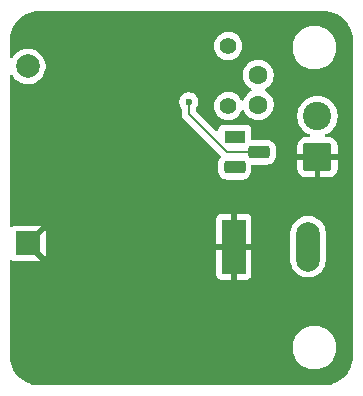
<source format=gbr>
%TF.GenerationSoftware,KiCad,Pcbnew,9.0.3*%
%TF.CreationDate,2025-11-18T21:13:43-05:00*%
%TF.ProjectId,digikey_water-alarm,64696769-6b65-4795-9f77-617465722d61,rev?*%
%TF.SameCoordinates,Original*%
%TF.FileFunction,Copper,L2,Bot*%
%TF.FilePolarity,Positive*%
%FSLAX46Y46*%
G04 Gerber Fmt 4.6, Leading zero omitted, Abs format (unit mm)*
G04 Created by KiCad (PCBNEW 9.0.3) date 2025-11-18 21:13:43*
%MOMM*%
%LPD*%
G01*
G04 APERTURE LIST*
G04 Aperture macros list*
%AMRoundRect*
0 Rectangle with rounded corners*
0 $1 Rounding radius*
0 $2 $3 $4 $5 $6 $7 $8 $9 X,Y pos of 4 corners*
0 Add a 4 corners polygon primitive as box body*
4,1,4,$2,$3,$4,$5,$6,$7,$8,$9,$2,$3,0*
0 Add four circle primitives for the rounded corners*
1,1,$1+$1,$2,$3*
1,1,$1+$1,$4,$5*
1,1,$1+$1,$6,$7*
1,1,$1+$1,$8,$9*
0 Add four rect primitives between the rounded corners*
20,1,$1+$1,$2,$3,$4,$5,0*
20,1,$1+$1,$4,$5,$6,$7,0*
20,1,$1+$1,$6,$7,$8,$9,0*
20,1,$1+$1,$8,$9,$2,$3,0*%
G04 Aperture macros list end*
%TA.AperFunction,ComponentPad*%
%ADD10R,1.800000X1.100000*%
%TD*%
%TA.AperFunction,ComponentPad*%
%ADD11RoundRect,0.275000X-0.625000X0.275000X-0.625000X-0.275000X0.625000X-0.275000X0.625000X0.275000X0*%
%TD*%
%TA.AperFunction,ComponentPad*%
%ADD12C,1.400000*%
%TD*%
%TA.AperFunction,ComponentPad*%
%ADD13C,1.600000*%
%TD*%
%TA.AperFunction,ComponentPad*%
%ADD14RoundRect,0.250001X0.949999X-0.949999X0.949999X0.949999X-0.949999X0.949999X-0.949999X-0.949999X0*%
%TD*%
%TA.AperFunction,ComponentPad*%
%ADD15C,2.400000*%
%TD*%
%TA.AperFunction,ComponentPad*%
%ADD16R,2.000000X2.000000*%
%TD*%
%TA.AperFunction,ComponentPad*%
%ADD17C,2.000000*%
%TD*%
%TA.AperFunction,ComponentPad*%
%ADD18R,2.000000X4.600000*%
%TD*%
%TA.AperFunction,ComponentPad*%
%ADD19O,2.000000X4.200000*%
%TD*%
%TA.AperFunction,ViaPad*%
%ADD20C,0.600000*%
%TD*%
%TA.AperFunction,Conductor*%
%ADD21C,0.200000*%
%TD*%
G04 APERTURE END LIST*
D10*
%TO.P,Q1,1,S*%
%TO.N,GND*%
X151238000Y-93599000D03*
D11*
%TO.P,Q1,2,G*%
%TO.N,/Gate*%
X153308000Y-94869000D03*
%TO.P,Q1,3,D*%
%TO.N,Net-(BZ1--)*%
X151238000Y-96139000D03*
%TD*%
D12*
%TO.P,R1,1*%
%TO.N,/Gate*%
X150698200Y-85877400D03*
%TO.P,R1,2*%
%TO.N,GND*%
X150698200Y-90957400D03*
%TD*%
D13*
%TO.P,C1,1*%
%TO.N,/Gate*%
X153238200Y-88335800D03*
%TO.P,C1,2*%
%TO.N,GND*%
X153238200Y-90835800D03*
%TD*%
D14*
%TO.P,J2,1,Pin_1*%
%TO.N,VCC*%
X158247700Y-95298200D03*
D15*
%TO.P,J2,2,Pin_2*%
%TO.N,/Gate*%
X158247700Y-91798200D03*
%TD*%
D16*
%TO.P,BZ1,1,+*%
%TO.N,VCC*%
X133724000Y-102597600D03*
D17*
%TO.P,BZ1,2,-*%
%TO.N,Net-(BZ1--)*%
X133724000Y-87597600D03*
%TD*%
D18*
%TO.P,J1,1*%
%TO.N,VCC*%
X151155400Y-102870000D03*
D19*
%TO.P,J1,2*%
%TO.N,GND*%
X157455400Y-102870000D03*
%TD*%
D20*
%TO.N,/Gate*%
X147345400Y-90601800D03*
%TD*%
D21*
%TO.N,/Gate*%
X147345400Y-91617800D02*
X150596600Y-94869000D01*
X147345400Y-90601800D02*
X147345400Y-91617800D01*
X150596600Y-94869000D02*
X152908000Y-94869000D01*
%TD*%
%TA.AperFunction,Conductor*%
%TO.N,VCC*%
G36*
X158750936Y-82898326D02*
G01*
X159040996Y-82915871D01*
X159055859Y-82917676D01*
X159337998Y-82969380D01*
X159352535Y-82972963D01*
X159626372Y-83058295D01*
X159640363Y-83063600D01*
X159901943Y-83181327D01*
X159915189Y-83188280D01*
X160160665Y-83336675D01*
X160172976Y-83345173D01*
X160398773Y-83522073D01*
X160409981Y-83532003D01*
X160612796Y-83734818D01*
X160622726Y-83746026D01*
X160742681Y-83899138D01*
X160799622Y-83971817D01*
X160808128Y-83984140D01*
X160956516Y-84229604D01*
X160963475Y-84242863D01*
X161081197Y-84504431D01*
X161086506Y-84518432D01*
X161171835Y-84792263D01*
X161175419Y-84806801D01*
X161227123Y-85088940D01*
X161228928Y-85103805D01*
X161246474Y-85393863D01*
X161246700Y-85401350D01*
X161246700Y-112109049D01*
X161246474Y-112116536D01*
X161228928Y-112406594D01*
X161227123Y-112421459D01*
X161175419Y-112703598D01*
X161171835Y-112718136D01*
X161086506Y-112991967D01*
X161081197Y-113005968D01*
X160963475Y-113267536D01*
X160956516Y-113280795D01*
X160808128Y-113526259D01*
X160799622Y-113538582D01*
X160622726Y-113764373D01*
X160612796Y-113775581D01*
X160409981Y-113978396D01*
X160398773Y-113988326D01*
X160172982Y-114165222D01*
X160160659Y-114173728D01*
X159915195Y-114322116D01*
X159901936Y-114329075D01*
X159640368Y-114446797D01*
X159626367Y-114452106D01*
X159352536Y-114537435D01*
X159337998Y-114541019D01*
X159055859Y-114592723D01*
X159040994Y-114594528D01*
X158750936Y-114612074D01*
X158743449Y-114612300D01*
X134702751Y-114612300D01*
X134695264Y-114612074D01*
X134405205Y-114594528D01*
X134390340Y-114592723D01*
X134108201Y-114541019D01*
X134093663Y-114537435D01*
X133819832Y-114452106D01*
X133805831Y-114446797D01*
X133544263Y-114329075D01*
X133531004Y-114322116D01*
X133285540Y-114173728D01*
X133273217Y-114165222D01*
X133047426Y-113988326D01*
X133036218Y-113978396D01*
X132833403Y-113775581D01*
X132823473Y-113764373D01*
X132646573Y-113538576D01*
X132638075Y-113526265D01*
X132489680Y-113280789D01*
X132482727Y-113267543D01*
X132365000Y-113005963D01*
X132359693Y-112991967D01*
X132274364Y-112718136D01*
X132270780Y-112703598D01*
X132221501Y-112434693D01*
X132219075Y-112421457D01*
X132217271Y-112406594D01*
X132199726Y-112116536D01*
X132199500Y-112109049D01*
X132199500Y-111283111D01*
X156137500Y-111283111D01*
X156137500Y-111525688D01*
X156169161Y-111766185D01*
X156231947Y-112000504D01*
X156324773Y-112224605D01*
X156324776Y-112224612D01*
X156446064Y-112434689D01*
X156446066Y-112434692D01*
X156446067Y-112434693D01*
X156593733Y-112627136D01*
X156593739Y-112627143D01*
X156765256Y-112798660D01*
X156765262Y-112798665D01*
X156957711Y-112946336D01*
X157167788Y-113067624D01*
X157391900Y-113160454D01*
X157626211Y-113223238D01*
X157806586Y-113246984D01*
X157866711Y-113254900D01*
X157866712Y-113254900D01*
X158109289Y-113254900D01*
X158157388Y-113248567D01*
X158349789Y-113223238D01*
X158584100Y-113160454D01*
X158808212Y-113067624D01*
X159018289Y-112946336D01*
X159210738Y-112798665D01*
X159382265Y-112627138D01*
X159529936Y-112434689D01*
X159651224Y-112224612D01*
X159744054Y-112000500D01*
X159806838Y-111766189D01*
X159838500Y-111525688D01*
X159838500Y-111283112D01*
X159806838Y-111042611D01*
X159744054Y-110808300D01*
X159651224Y-110584188D01*
X159529936Y-110374111D01*
X159382265Y-110181662D01*
X159382260Y-110181656D01*
X159210743Y-110010139D01*
X159210736Y-110010133D01*
X159018293Y-109862467D01*
X159018292Y-109862466D01*
X159018289Y-109862464D01*
X158808212Y-109741176D01*
X158808205Y-109741173D01*
X158584104Y-109648347D01*
X158349785Y-109585561D01*
X158109289Y-109553900D01*
X158109288Y-109553900D01*
X157866712Y-109553900D01*
X157866711Y-109553900D01*
X157626214Y-109585561D01*
X157391895Y-109648347D01*
X157167794Y-109741173D01*
X157167785Y-109741177D01*
X156957706Y-109862467D01*
X156765263Y-110010133D01*
X156765256Y-110010139D01*
X156593739Y-110181656D01*
X156593733Y-110181663D01*
X156446067Y-110374106D01*
X156324777Y-110584185D01*
X156324773Y-110584194D01*
X156231947Y-110808295D01*
X156169161Y-111042614D01*
X156137500Y-111283111D01*
X132199500Y-111283111D01*
X132199500Y-104077262D01*
X132219185Y-104010223D01*
X132271989Y-103964468D01*
X132341147Y-103954524D01*
X132397812Y-103977996D01*
X132481910Y-104040952D01*
X132481913Y-104040954D01*
X132616620Y-104091196D01*
X132616627Y-104091198D01*
X132676155Y-104097599D01*
X132676172Y-104097600D01*
X134771828Y-104097600D01*
X134771844Y-104097599D01*
X134831372Y-104091198D01*
X134855169Y-104082321D01*
X133853410Y-103080562D01*
X133916993Y-103063525D01*
X134031007Y-102997699D01*
X134124099Y-102904607D01*
X134189925Y-102790593D01*
X134206962Y-102727010D01*
X135208721Y-103728769D01*
X135217598Y-103704972D01*
X135223999Y-103645444D01*
X135224000Y-103645427D01*
X135224000Y-101549772D01*
X135223999Y-101549755D01*
X135217598Y-101490223D01*
X135217597Y-101490222D01*
X135208722Y-101466429D01*
X135208720Y-101466429D01*
X134206962Y-102468188D01*
X134189925Y-102404607D01*
X134124099Y-102290593D01*
X134031007Y-102197501D01*
X133916993Y-102131675D01*
X133853410Y-102114637D01*
X134855170Y-101112877D01*
X134855170Y-101112876D01*
X134831375Y-101104001D01*
X134771844Y-101097600D01*
X132676155Y-101097600D01*
X132616627Y-101104001D01*
X132616620Y-101104003D01*
X132481913Y-101154245D01*
X132481910Y-101154247D01*
X132397811Y-101217204D01*
X132332347Y-101241621D01*
X132264074Y-101226769D01*
X132214668Y-101177364D01*
X132199500Y-101117937D01*
X132199500Y-100522155D01*
X149655400Y-100522155D01*
X149655400Y-102620000D01*
X150655400Y-102620000D01*
X150655400Y-103120000D01*
X149655400Y-103120000D01*
X149655400Y-105217844D01*
X149661801Y-105277372D01*
X149661803Y-105277379D01*
X149712045Y-105412086D01*
X149712049Y-105412093D01*
X149798209Y-105527187D01*
X149798212Y-105527190D01*
X149913306Y-105613350D01*
X149913313Y-105613354D01*
X150048020Y-105663596D01*
X150048027Y-105663598D01*
X150107555Y-105669999D01*
X150107572Y-105670000D01*
X150905400Y-105670000D01*
X150905400Y-104603012D01*
X150962407Y-104635925D01*
X151089574Y-104670000D01*
X151221226Y-104670000D01*
X151348393Y-104635925D01*
X151405400Y-104603012D01*
X151405400Y-105670000D01*
X152203228Y-105670000D01*
X152203244Y-105669999D01*
X152262772Y-105663598D01*
X152262779Y-105663596D01*
X152397486Y-105613354D01*
X152397493Y-105613350D01*
X152512587Y-105527190D01*
X152512590Y-105527187D01*
X152598750Y-105412093D01*
X152598754Y-105412086D01*
X152648996Y-105277379D01*
X152648998Y-105277372D01*
X152655399Y-105217844D01*
X152655400Y-105217827D01*
X152655400Y-103120000D01*
X151655400Y-103120000D01*
X151655400Y-102620000D01*
X152655400Y-102620000D01*
X152655400Y-101651902D01*
X155954900Y-101651902D01*
X155954900Y-104088097D01*
X155991846Y-104321368D01*
X156064833Y-104545996D01*
X156110655Y-104635925D01*
X156172057Y-104756433D01*
X156310883Y-104947510D01*
X156477890Y-105114517D01*
X156668967Y-105253343D01*
X156768391Y-105304002D01*
X156879403Y-105360566D01*
X156879405Y-105360566D01*
X156879408Y-105360568D01*
X156999812Y-105399689D01*
X157104031Y-105433553D01*
X157337303Y-105470500D01*
X157337308Y-105470500D01*
X157573497Y-105470500D01*
X157806768Y-105433553D01*
X158031392Y-105360568D01*
X158241833Y-105253343D01*
X158432910Y-105114517D01*
X158599917Y-104947510D01*
X158738743Y-104756433D01*
X158845968Y-104545992D01*
X158918953Y-104321368D01*
X158955900Y-104088097D01*
X158955900Y-101651902D01*
X158918953Y-101418631D01*
X158885089Y-101314412D01*
X158845968Y-101194008D01*
X158845966Y-101194005D01*
X158845966Y-101194003D01*
X158738742Y-100983566D01*
X158599917Y-100792490D01*
X158432910Y-100625483D01*
X158241833Y-100486657D01*
X158031396Y-100379433D01*
X157806768Y-100306446D01*
X157573497Y-100269500D01*
X157573492Y-100269500D01*
X157337308Y-100269500D01*
X157337303Y-100269500D01*
X157104031Y-100306446D01*
X156879403Y-100379433D01*
X156668966Y-100486657D01*
X156559950Y-100565862D01*
X156477890Y-100625483D01*
X156477888Y-100625485D01*
X156477887Y-100625485D01*
X156310885Y-100792487D01*
X156310885Y-100792488D01*
X156310883Y-100792490D01*
X156251262Y-100874550D01*
X156172057Y-100983566D01*
X156064833Y-101194003D01*
X155991846Y-101418631D01*
X155954900Y-101651902D01*
X152655400Y-101651902D01*
X152655400Y-100522172D01*
X152655399Y-100522155D01*
X152648998Y-100462627D01*
X152648996Y-100462620D01*
X152598754Y-100327913D01*
X152598750Y-100327906D01*
X152512590Y-100212812D01*
X152512587Y-100212809D01*
X152397493Y-100126649D01*
X152397486Y-100126645D01*
X152262779Y-100076403D01*
X152262772Y-100076401D01*
X152203244Y-100070000D01*
X151405400Y-100070000D01*
X151405400Y-101136988D01*
X151348393Y-101104075D01*
X151221226Y-101070000D01*
X151089574Y-101070000D01*
X150962407Y-101104075D01*
X150905400Y-101136988D01*
X150905400Y-100070000D01*
X150107555Y-100070000D01*
X150048027Y-100076401D01*
X150048020Y-100076403D01*
X149913313Y-100126645D01*
X149913306Y-100126649D01*
X149798212Y-100212809D01*
X149798209Y-100212812D01*
X149712049Y-100327906D01*
X149712045Y-100327913D01*
X149661803Y-100462620D01*
X149661801Y-100462627D01*
X149655400Y-100522155D01*
X132199500Y-100522155D01*
X132199500Y-90522953D01*
X146544900Y-90522953D01*
X146544900Y-90680646D01*
X146575661Y-90835289D01*
X146575664Y-90835301D01*
X146636002Y-90980972D01*
X146636009Y-90980985D01*
X146724002Y-91112674D01*
X146744880Y-91179351D01*
X146744900Y-91181565D01*
X146744900Y-91531130D01*
X146744899Y-91531148D01*
X146744899Y-91696854D01*
X146744898Y-91696854D01*
X146785823Y-91849586D01*
X146799392Y-91873086D01*
X146799393Y-91873091D01*
X146799395Y-91873091D01*
X146842693Y-91948087D01*
X146864879Y-91986514D01*
X146864881Y-91986517D01*
X146983749Y-92105385D01*
X146983755Y-92105390D01*
X150041639Y-95163274D01*
X150075124Y-95224597D01*
X150070140Y-95294289D01*
X150041641Y-95338634D01*
X150002854Y-95377421D01*
X150002853Y-95377423D01*
X149909877Y-95525395D01*
X149852159Y-95690341D01*
X149852157Y-95690351D01*
X149837500Y-95820441D01*
X149837500Y-96457558D01*
X149852157Y-96587648D01*
X149852159Y-96587657D01*
X149909878Y-96752606D01*
X150002853Y-96900576D01*
X150126424Y-97024147D01*
X150274394Y-97117122D01*
X150439343Y-97174841D01*
X150439349Y-97174841D01*
X150439351Y-97174842D01*
X150480750Y-97179506D01*
X150569442Y-97189499D01*
X150569445Y-97189500D01*
X150569448Y-97189500D01*
X151906555Y-97189500D01*
X151906556Y-97189499D01*
X152036657Y-97174841D01*
X152201606Y-97117122D01*
X152349576Y-97024147D01*
X152473147Y-96900576D01*
X152566122Y-96752606D01*
X152623841Y-96587657D01*
X152638500Y-96457552D01*
X152638500Y-96043500D01*
X152658185Y-95976461D01*
X152710989Y-95930706D01*
X152762500Y-95919500D01*
X153976555Y-95919500D01*
X153976556Y-95919499D01*
X154106657Y-95904841D01*
X154271606Y-95847122D01*
X154419576Y-95754147D01*
X154543147Y-95630576D01*
X154636122Y-95482606D01*
X154693841Y-95317657D01*
X154708500Y-95187552D01*
X154708500Y-94550448D01*
X154693841Y-94420343D01*
X154636122Y-94255394D01*
X154543147Y-94107424D01*
X154419576Y-93983853D01*
X154271606Y-93890878D01*
X154271605Y-93890877D01*
X154271604Y-93890877D01*
X154106658Y-93833159D01*
X154106648Y-93833157D01*
X153976558Y-93818500D01*
X153976552Y-93818500D01*
X152762499Y-93818500D01*
X152695460Y-93798815D01*
X152649705Y-93746011D01*
X152638499Y-93694500D01*
X152638499Y-93001129D01*
X152638498Y-93001123D01*
X152632091Y-92941516D01*
X152581797Y-92806671D01*
X152581793Y-92806664D01*
X152495547Y-92691455D01*
X152495544Y-92691452D01*
X152380335Y-92605206D01*
X152380328Y-92605202D01*
X152245482Y-92554908D01*
X152245483Y-92554908D01*
X152185883Y-92548501D01*
X152185881Y-92548500D01*
X152185873Y-92548500D01*
X152185864Y-92548500D01*
X150290129Y-92548500D01*
X150290123Y-92548501D01*
X150230516Y-92554908D01*
X150095671Y-92605202D01*
X150095664Y-92605206D01*
X149980455Y-92691452D01*
X149980452Y-92691455D01*
X149894206Y-92806664D01*
X149894202Y-92806671D01*
X149843908Y-92941516D01*
X149840010Y-92977780D01*
X149813272Y-93042331D01*
X149755880Y-93082179D01*
X149686054Y-93084672D01*
X149629040Y-93052205D01*
X147982219Y-91405384D01*
X147967515Y-91378456D01*
X147950923Y-91352638D01*
X147950031Y-91346437D01*
X147948734Y-91344061D01*
X147945900Y-91317703D01*
X147945900Y-91181565D01*
X147965585Y-91114526D01*
X147966798Y-91112674D01*
X148054790Y-90980985D01*
X148054790Y-90980984D01*
X148054794Y-90980979D01*
X148103698Y-90862913D01*
X149497700Y-90862913D01*
X149497700Y-91051886D01*
X149527259Y-91238518D01*
X149585654Y-91418236D01*
X149636188Y-91517413D01*
X149671440Y-91586599D01*
X149782510Y-91739473D01*
X149916127Y-91873090D01*
X150069001Y-91984160D01*
X150148547Y-92024690D01*
X150237363Y-92069945D01*
X150237365Y-92069945D01*
X150237368Y-92069947D01*
X150324691Y-92098320D01*
X150417081Y-92128340D01*
X150603714Y-92157900D01*
X150603719Y-92157900D01*
X150792686Y-92157900D01*
X150979318Y-92128340D01*
X151049950Y-92105390D01*
X151159032Y-92069947D01*
X151327399Y-91984160D01*
X151480273Y-91873090D01*
X151613890Y-91739473D01*
X151724960Y-91586599D01*
X151810747Y-91418232D01*
X151821283Y-91385805D01*
X151860719Y-91328132D01*
X151925077Y-91300933D01*
X151993924Y-91312847D01*
X152045400Y-91360091D01*
X152049698Y-91367830D01*
X152125912Y-91517409D01*
X152125915Y-91517413D01*
X152246228Y-91683013D01*
X152390986Y-91827771D01*
X152545949Y-91940356D01*
X152556590Y-91948087D01*
X152672807Y-92007303D01*
X152738976Y-92041018D01*
X152738978Y-92041018D01*
X152738981Y-92041020D01*
X152828003Y-92069945D01*
X152933665Y-92104277D01*
X153034757Y-92120288D01*
X153135848Y-92136300D01*
X153135849Y-92136300D01*
X153340551Y-92136300D01*
X153340552Y-92136300D01*
X153542734Y-92104277D01*
X153737419Y-92041020D01*
X153919810Y-91948087D01*
X154023035Y-91873090D01*
X154085413Y-91827771D01*
X154085415Y-91827768D01*
X154085419Y-91827766D01*
X154226436Y-91686749D01*
X156547200Y-91686749D01*
X156547200Y-91909650D01*
X156547201Y-91909666D01*
X156576294Y-92130652D01*
X156576295Y-92130657D01*
X156576296Y-92130663D01*
X156633990Y-92345980D01*
X156633993Y-92345990D01*
X156717876Y-92548500D01*
X156719295Y-92551926D01*
X156830752Y-92744974D01*
X156830757Y-92744980D01*
X156830758Y-92744982D01*
X156966451Y-92921822D01*
X156966457Y-92921829D01*
X157124070Y-93079442D01*
X157124076Y-93079447D01*
X157300926Y-93215148D01*
X157493974Y-93326605D01*
X157493979Y-93326607D01*
X157493983Y-93326609D01*
X157573724Y-93359639D01*
X157628128Y-93403480D01*
X157650193Y-93469774D01*
X157632914Y-93537473D01*
X157581777Y-93585084D01*
X157526272Y-93598200D01*
X157247714Y-93598200D01*
X157145010Y-93608693D01*
X157145003Y-93608694D01*
X156978581Y-93663841D01*
X156978576Y-93663843D01*
X156829355Y-93755884D01*
X156705384Y-93879855D01*
X156613343Y-94029076D01*
X156613341Y-94029081D01*
X156558194Y-94195503D01*
X156558193Y-94195510D01*
X156547700Y-94298214D01*
X156547700Y-95048200D01*
X157699218Y-95048200D01*
X157688589Y-95066609D01*
X157647700Y-95219209D01*
X157647700Y-95377191D01*
X157688589Y-95529791D01*
X157699218Y-95548200D01*
X156547700Y-95548200D01*
X156547700Y-96298185D01*
X156558193Y-96400889D01*
X156558194Y-96400896D01*
X156613341Y-96567318D01*
X156613343Y-96567323D01*
X156705384Y-96716544D01*
X156829355Y-96840515D01*
X156978576Y-96932556D01*
X156978581Y-96932558D01*
X157145003Y-96987705D01*
X157145010Y-96987706D01*
X157247714Y-96998199D01*
X157247727Y-96998200D01*
X157997700Y-96998200D01*
X157997700Y-95846682D01*
X158016109Y-95857311D01*
X158168709Y-95898200D01*
X158326691Y-95898200D01*
X158479291Y-95857311D01*
X158497700Y-95846682D01*
X158497700Y-96998200D01*
X159247673Y-96998200D01*
X159247685Y-96998199D01*
X159350389Y-96987706D01*
X159350396Y-96987705D01*
X159516818Y-96932558D01*
X159516823Y-96932556D01*
X159666044Y-96840515D01*
X159790015Y-96716544D01*
X159882056Y-96567323D01*
X159882058Y-96567318D01*
X159937205Y-96400896D01*
X159937206Y-96400889D01*
X159947699Y-96298185D01*
X159947700Y-96298172D01*
X159947700Y-95548200D01*
X158796182Y-95548200D01*
X158806811Y-95529791D01*
X158847700Y-95377191D01*
X158847700Y-95219209D01*
X158806811Y-95066609D01*
X158796182Y-95048200D01*
X159947700Y-95048200D01*
X159947700Y-94298227D01*
X159947699Y-94298214D01*
X159937206Y-94195510D01*
X159937205Y-94195503D01*
X159882058Y-94029081D01*
X159882056Y-94029076D01*
X159790015Y-93879855D01*
X159666044Y-93755884D01*
X159516823Y-93663843D01*
X159516818Y-93663841D01*
X159350396Y-93608694D01*
X159350389Y-93608693D01*
X159247685Y-93598200D01*
X158969128Y-93598200D01*
X158902089Y-93578515D01*
X158856334Y-93525711D01*
X158846390Y-93456553D01*
X158875415Y-93392997D01*
X158921676Y-93359639D01*
X159001416Y-93326609D01*
X159001414Y-93326609D01*
X159001426Y-93326605D01*
X159194474Y-93215148D01*
X159371324Y-93079447D01*
X159528947Y-92921824D01*
X159664648Y-92744974D01*
X159776105Y-92551926D01*
X159861410Y-92345981D01*
X159919104Y-92130663D01*
X159948200Y-91909657D01*
X159948200Y-91686743D01*
X159919104Y-91465737D01*
X159861410Y-91250419D01*
X159856480Y-91238518D01*
X159776106Y-91044477D01*
X159776105Y-91044474D01*
X159664648Y-90851426D01*
X159530256Y-90676282D01*
X159528948Y-90674577D01*
X159528942Y-90674570D01*
X159371329Y-90516957D01*
X159371322Y-90516951D01*
X159194482Y-90381258D01*
X159194480Y-90381257D01*
X159194474Y-90381252D01*
X159001426Y-90269795D01*
X159001422Y-90269793D01*
X158795490Y-90184493D01*
X158795483Y-90184491D01*
X158795481Y-90184490D01*
X158580163Y-90126796D01*
X158580157Y-90126795D01*
X158580152Y-90126794D01*
X158359166Y-90097701D01*
X158359163Y-90097700D01*
X158359157Y-90097700D01*
X158136243Y-90097700D01*
X158136237Y-90097700D01*
X158136233Y-90097701D01*
X157915247Y-90126794D01*
X157915240Y-90126795D01*
X157915237Y-90126796D01*
X157734116Y-90175327D01*
X157699919Y-90184490D01*
X157699909Y-90184493D01*
X157493977Y-90269793D01*
X157493973Y-90269795D01*
X157300926Y-90381252D01*
X157300917Y-90381258D01*
X157124077Y-90516951D01*
X157124070Y-90516957D01*
X156966457Y-90674570D01*
X156966451Y-90674577D01*
X156830758Y-90851417D01*
X156830752Y-90851426D01*
X156719295Y-91044473D01*
X156719293Y-91044477D01*
X156633993Y-91250409D01*
X156633990Y-91250419D01*
X156592468Y-91405384D01*
X156576297Y-91465734D01*
X156576294Y-91465747D01*
X156547201Y-91686733D01*
X156547200Y-91686749D01*
X154226436Y-91686749D01*
X154230166Y-91683019D01*
X154350487Y-91517410D01*
X154443420Y-91335019D01*
X154506677Y-91140334D01*
X154538700Y-90938152D01*
X154538700Y-90733448D01*
X154529646Y-90676282D01*
X154506677Y-90531265D01*
X154443418Y-90336576D01*
X154385354Y-90222621D01*
X154350487Y-90154190D01*
X154309445Y-90097700D01*
X154230171Y-89988586D01*
X154085413Y-89843828D01*
X153919813Y-89723515D01*
X153919812Y-89723514D01*
X153919810Y-89723513D01*
X153866371Y-89696284D01*
X153815576Y-89648310D01*
X153798781Y-89580489D01*
X153821318Y-89514354D01*
X153866372Y-89475315D01*
X153919810Y-89448087D01*
X154012790Y-89380532D01*
X154085413Y-89327771D01*
X154085415Y-89327768D01*
X154085419Y-89327766D01*
X154230166Y-89183019D01*
X154230168Y-89183015D01*
X154230171Y-89183013D01*
X154318706Y-89061153D01*
X154350487Y-89017410D01*
X154443420Y-88835019D01*
X154506677Y-88640334D01*
X154538700Y-88438152D01*
X154538700Y-88233448D01*
X154506677Y-88031266D01*
X154443420Y-87836581D01*
X154443418Y-87836578D01*
X154443418Y-87836576D01*
X154381826Y-87715697D01*
X154350487Y-87654190D01*
X154342756Y-87643549D01*
X154230171Y-87488586D01*
X154085413Y-87343828D01*
X153919813Y-87223515D01*
X153919812Y-87223514D01*
X153919810Y-87223513D01*
X153862853Y-87194491D01*
X153737423Y-87130581D01*
X153542734Y-87067322D01*
X153368195Y-87039678D01*
X153340552Y-87035300D01*
X153135848Y-87035300D01*
X153111529Y-87039151D01*
X152933665Y-87067322D01*
X152738976Y-87130581D01*
X152556586Y-87223515D01*
X152390986Y-87343828D01*
X152246228Y-87488586D01*
X152125915Y-87654186D01*
X152032981Y-87836576D01*
X151969722Y-88031265D01*
X151937700Y-88233448D01*
X151937700Y-88438151D01*
X151969722Y-88640334D01*
X152032981Y-88835023D01*
X152056379Y-88880943D01*
X152111013Y-88988168D01*
X152125915Y-89017413D01*
X152246228Y-89183013D01*
X152390986Y-89327771D01*
X152556588Y-89448086D01*
X152610028Y-89475316D01*
X152660823Y-89523290D01*
X152677618Y-89591112D01*
X152655080Y-89657246D01*
X152610028Y-89696284D01*
X152556588Y-89723513D01*
X152390986Y-89843828D01*
X152246228Y-89988586D01*
X152125915Y-90154186D01*
X152032982Y-90336575D01*
X152007212Y-90415886D01*
X151967773Y-90473561D01*
X151903414Y-90500758D01*
X151834568Y-90488843D01*
X151783093Y-90441598D01*
X151778796Y-90433861D01*
X151724960Y-90328201D01*
X151613890Y-90175327D01*
X151480273Y-90041710D01*
X151327399Y-89930640D01*
X151159036Y-89844854D01*
X150979318Y-89786459D01*
X150792686Y-89756900D01*
X150792681Y-89756900D01*
X150603719Y-89756900D01*
X150603714Y-89756900D01*
X150417081Y-89786459D01*
X150237363Y-89844854D01*
X150069000Y-89930640D01*
X149981779Y-89994010D01*
X149916127Y-90041710D01*
X149916125Y-90041712D01*
X149916124Y-90041712D01*
X149782512Y-90175324D01*
X149782512Y-90175325D01*
X149782510Y-90175327D01*
X149734810Y-90240979D01*
X149671440Y-90328200D01*
X149585654Y-90496563D01*
X149527259Y-90676281D01*
X149497700Y-90862913D01*
X148103698Y-90862913D01*
X148115137Y-90835297D01*
X148135396Y-90733448D01*
X148145900Y-90680644D01*
X148145900Y-90522955D01*
X148145899Y-90522953D01*
X148117714Y-90381258D01*
X148115137Y-90368303D01*
X148115135Y-90368298D01*
X148054797Y-90222627D01*
X148054790Y-90222614D01*
X147967189Y-90091511D01*
X147967186Y-90091507D01*
X147855692Y-89980013D01*
X147855688Y-89980010D01*
X147724585Y-89892409D01*
X147724572Y-89892402D01*
X147578901Y-89832064D01*
X147578889Y-89832061D01*
X147424245Y-89801300D01*
X147424242Y-89801300D01*
X147266558Y-89801300D01*
X147266555Y-89801300D01*
X147111910Y-89832061D01*
X147111898Y-89832064D01*
X146966227Y-89892402D01*
X146966214Y-89892409D01*
X146835111Y-89980010D01*
X146835107Y-89980013D01*
X146723613Y-90091507D01*
X146723610Y-90091511D01*
X146636009Y-90222614D01*
X146636002Y-90222627D01*
X146575664Y-90368298D01*
X146575661Y-90368310D01*
X146544900Y-90522953D01*
X132199500Y-90522953D01*
X132199500Y-88427233D01*
X132219185Y-88360194D01*
X132271989Y-88314439D01*
X132341147Y-88304495D01*
X132404703Y-88333520D01*
X132433985Y-88370939D01*
X132440655Y-88384031D01*
X132472044Y-88427233D01*
X132579483Y-88575110D01*
X132746490Y-88742117D01*
X132937567Y-88880943D01*
X133036991Y-88931602D01*
X133148003Y-88988166D01*
X133148005Y-88988166D01*
X133148008Y-88988168D01*
X133238015Y-89017413D01*
X133372631Y-89061153D01*
X133605903Y-89098100D01*
X133605908Y-89098100D01*
X133842097Y-89098100D01*
X134075368Y-89061153D01*
X134299992Y-88988168D01*
X134510433Y-88880943D01*
X134701510Y-88742117D01*
X134868517Y-88575110D01*
X135007343Y-88384033D01*
X135114568Y-88173592D01*
X135187553Y-87948968D01*
X135202452Y-87854900D01*
X135224500Y-87715697D01*
X135224500Y-87479502D01*
X135187553Y-87246231D01*
X135129421Y-87067322D01*
X135114568Y-87021608D01*
X135114566Y-87021605D01*
X135114566Y-87021603D01*
X135036970Y-86869313D01*
X135007343Y-86811167D01*
X134868517Y-86620090D01*
X134701510Y-86453083D01*
X134510433Y-86314257D01*
X134299996Y-86207033D01*
X134075368Y-86134046D01*
X133842097Y-86097100D01*
X133842092Y-86097100D01*
X133605908Y-86097100D01*
X133605903Y-86097100D01*
X133372631Y-86134046D01*
X133148003Y-86207033D01*
X132937566Y-86314257D01*
X132866094Y-86366185D01*
X132746490Y-86453083D01*
X132746488Y-86453085D01*
X132746487Y-86453085D01*
X132579485Y-86620087D01*
X132579485Y-86620088D01*
X132579483Y-86620090D01*
X132550869Y-86659474D01*
X132440657Y-86811166D01*
X132433984Y-86824263D01*
X132386008Y-86875058D01*
X132318187Y-86891852D01*
X132252053Y-86869313D01*
X132208602Y-86814597D01*
X132199500Y-86767966D01*
X132199500Y-85782913D01*
X149497700Y-85782913D01*
X149497700Y-85971886D01*
X149527259Y-86158518D01*
X149585654Y-86338236D01*
X149644172Y-86453083D01*
X149671440Y-86506599D01*
X149782510Y-86659473D01*
X149916127Y-86793090D01*
X150069001Y-86904160D01*
X150148547Y-86944690D01*
X150237363Y-86989945D01*
X150237365Y-86989945D01*
X150237368Y-86989947D01*
X150333697Y-87021246D01*
X150417081Y-87048340D01*
X150603714Y-87077900D01*
X150603719Y-87077900D01*
X150792686Y-87077900D01*
X150979318Y-87048340D01*
X151159032Y-86989947D01*
X151327399Y-86904160D01*
X151480273Y-86793090D01*
X151613890Y-86659473D01*
X151724960Y-86506599D01*
X151810747Y-86338232D01*
X151869140Y-86158518D01*
X151878868Y-86097100D01*
X151898700Y-85971886D01*
X151898700Y-85883111D01*
X156137500Y-85883111D01*
X156137500Y-86125688D01*
X156169161Y-86366185D01*
X156231947Y-86600504D01*
X156311718Y-86793087D01*
X156324776Y-86824612D01*
X156446064Y-87034689D01*
X156446066Y-87034692D01*
X156446067Y-87034693D01*
X156593733Y-87227136D01*
X156593739Y-87227143D01*
X156765256Y-87398660D01*
X156765262Y-87398665D01*
X156957711Y-87546336D01*
X157167788Y-87667624D01*
X157391900Y-87760454D01*
X157626211Y-87823238D01*
X157806586Y-87846984D01*
X157866711Y-87854900D01*
X157866712Y-87854900D01*
X158109289Y-87854900D01*
X158157388Y-87848567D01*
X158349789Y-87823238D01*
X158584100Y-87760454D01*
X158808212Y-87667624D01*
X159018289Y-87546336D01*
X159210738Y-87398665D01*
X159382265Y-87227138D01*
X159529936Y-87034689D01*
X159651224Y-86824612D01*
X159744054Y-86600500D01*
X159806838Y-86366189D01*
X159838500Y-86125688D01*
X159838500Y-85883112D01*
X159806838Y-85642611D01*
X159744054Y-85408300D01*
X159651224Y-85184188D01*
X159529936Y-84974111D01*
X159395899Y-84799430D01*
X159382266Y-84781663D01*
X159382260Y-84781656D01*
X159210743Y-84610139D01*
X159210736Y-84610133D01*
X159018293Y-84462467D01*
X159018292Y-84462466D01*
X159018289Y-84462464D01*
X158808212Y-84341176D01*
X158808205Y-84341173D01*
X158584104Y-84248347D01*
X158349785Y-84185561D01*
X158109289Y-84153900D01*
X158109288Y-84153900D01*
X157866712Y-84153900D01*
X157866711Y-84153900D01*
X157626214Y-84185561D01*
X157391895Y-84248347D01*
X157167794Y-84341173D01*
X157167785Y-84341177D01*
X156957706Y-84462467D01*
X156765263Y-84610133D01*
X156765256Y-84610139D01*
X156593739Y-84781656D01*
X156593733Y-84781663D01*
X156446067Y-84974106D01*
X156324777Y-85184185D01*
X156324773Y-85184194D01*
X156231947Y-85408295D01*
X156169161Y-85642614D01*
X156137500Y-85883111D01*
X151898700Y-85883111D01*
X151898700Y-85782913D01*
X151869140Y-85596281D01*
X151810745Y-85416563D01*
X151724959Y-85248200D01*
X151613890Y-85095327D01*
X151480273Y-84961710D01*
X151327399Y-84850640D01*
X151159036Y-84764854D01*
X150979318Y-84706459D01*
X150792686Y-84676900D01*
X150792681Y-84676900D01*
X150603719Y-84676900D01*
X150603714Y-84676900D01*
X150417081Y-84706459D01*
X150237363Y-84764854D01*
X150069000Y-84850640D01*
X149981779Y-84914010D01*
X149916127Y-84961710D01*
X149916125Y-84961712D01*
X149916124Y-84961712D01*
X149782512Y-85095324D01*
X149782512Y-85095325D01*
X149782510Y-85095327D01*
X149734810Y-85160979D01*
X149671440Y-85248200D01*
X149585654Y-85416563D01*
X149527259Y-85596281D01*
X149497700Y-85782913D01*
X132199500Y-85782913D01*
X132199500Y-85401350D01*
X132199726Y-85393863D01*
X132209902Y-85225631D01*
X132217271Y-85103801D01*
X132219076Y-85088940D01*
X132242392Y-84961712D01*
X132270780Y-84806797D01*
X132274364Y-84792263D01*
X132277667Y-84781663D01*
X132359696Y-84518422D01*
X132364998Y-84504441D01*
X132482731Y-84242849D01*
X132489676Y-84229616D01*
X132638080Y-83984126D01*
X132646567Y-83971830D01*
X132823480Y-83746017D01*
X132833395Y-83734826D01*
X133036226Y-83531995D01*
X133047417Y-83522080D01*
X133273230Y-83345167D01*
X133285526Y-83336680D01*
X133531016Y-83188276D01*
X133544249Y-83181331D01*
X133805841Y-83063598D01*
X133819822Y-83058296D01*
X134093668Y-82972962D01*
X134108197Y-82969380D01*
X134390344Y-82917675D01*
X134405201Y-82915871D01*
X134695264Y-82898326D01*
X134702751Y-82898100D01*
X134764892Y-82898100D01*
X158681308Y-82898100D01*
X158743449Y-82898100D01*
X158750936Y-82898326D01*
G37*
%TD.AperFunction*%
%TD*%
M02*

</source>
